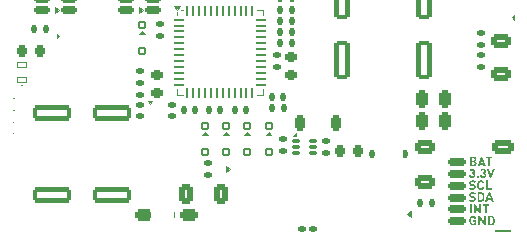
<source format=gbr>
%TF.GenerationSoftware,KiCad,Pcbnew,8.0.3*%
%TF.CreationDate,2024-10-12T12:31:44+02:00*%
%TF.ProjectId,Parkside-100W-Brick,5061726b-7369-4646-952d-313030572d42,rev?*%
%TF.SameCoordinates,Original*%
%TF.FileFunction,Legend,Top*%
%TF.FilePolarity,Positive*%
%FSLAX46Y46*%
G04 Gerber Fmt 4.6, Leading zero omitted, Abs format (unit mm)*
G04 Created by KiCad (PCBNEW 8.0.3) date 2024-10-12 12:31:44*
%MOMM*%
%LPD*%
G01*
G04 APERTURE LIST*
G04 Aperture macros list*
%AMRoundRect*
0 Rectangle with rounded corners*
0 $1 Rounding radius*
0 $2 $3 $4 $5 $6 $7 $8 $9 X,Y pos of 4 corners*
0 Add a 4 corners polygon primitive as box body*
4,1,4,$2,$3,$4,$5,$6,$7,$8,$9,$2,$3,0*
0 Add four circle primitives for the rounded corners*
1,1,$1+$1,$2,$3*
1,1,$1+$1,$4,$5*
1,1,$1+$1,$6,$7*
1,1,$1+$1,$8,$9*
0 Add four rect primitives between the rounded corners*
20,1,$1+$1,$2,$3,$4,$5,0*
20,1,$1+$1,$4,$5,$6,$7,0*
20,1,$1+$1,$6,$7,$8,$9,0*
20,1,$1+$1,$8,$9,$2,$3,0*%
%AMRotRect*
0 Rectangle, with rotation*
0 The origin of the aperture is its center*
0 $1 length*
0 $2 width*
0 $3 Rotation angle, in degrees counterclockwise*
0 Add horizontal line*
21,1,$1,$2,0,0,$3*%
%AMFreePoly0*
4,1,5,0.110000,-0.125000,-0.110000,-0.125000,-0.110000,0.125000,0.360000,0.125000,0.110000,-0.125000,0.110000,-0.125000,$1*%
%AMFreePoly1*
4,1,6,0.290000,-0.055000,0.290000,-0.125000,-0.110000,-0.125000,-0.110000,0.125000,0.110000,0.125000,0.290000,-0.055000,0.290000,-0.055000,$1*%
%AMFreePoly2*
4,1,7,0.110000,-0.125000,-0.110000,-0.125000,-0.290000,-0.125000,-0.290000,-0.055000,-0.110000,0.125000,0.110000,0.125000,0.110000,-0.125000,0.110000,-0.125000,$1*%
%AMFreePoly3*
4,1,6,0.110000,-0.125000,-0.110000,-0.125000,-0.290000,0.055000,-0.290000,0.125000,0.110000,0.125000,0.110000,-0.125000,0.110000,-0.125000,$1*%
%AMFreePoly4*
4,1,93,-1.755578,2.630679,-1.440813,2.572996,-1.135297,2.477793,-0.843484,2.346458,-0.569628,2.180907,-0.317725,1.983553,-0.091447,1.757275,0.105907,1.505372,0.271458,1.231516,0.402793,0.939703,0.497996,0.634187,0.555679,0.319422,0.575000,0.000000,0.555679,-0.319422,0.497996,-0.634187,0.402793,-0.939703,0.271458,-1.231516,0.105907,-1.505372,-0.091447,-1.757275,-0.317725,-1.983553,
-0.569628,-2.180907,-0.843484,-2.346458,-1.135297,-2.477793,-1.440813,-2.572996,-1.755578,-2.630679,-2.075000,-2.650000,-2.394422,-2.630679,-2.709187,-2.572996,-3.014703,-2.477793,-3.306516,-2.346458,-3.580372,-2.180907,-3.832275,-1.983553,-4.058553,-1.757275,-4.255907,-1.505372,-4.421458,-1.231516,-4.552793,-0.939703,-4.647996,-0.634187,-4.705679,-0.319422,-4.725000,0.000000,-3.580141,0.000000,
-3.559613,-0.247738,-3.498588,-0.488718,-3.398732,-0.716368,-3.262768,-0.924477,-3.094404,-1.107368,-2.898234,-1.260054,-2.679608,-1.378368,-2.444490,-1.459084,-2.199294,-1.500000,-1.950706,-1.500000,-1.705510,-1.459084,-1.470392,-1.378368,-1.251766,-1.260054,-1.055596,-1.107368,-0.887232,-0.924477,-0.751268,-0.716368,-0.651412,-0.488718,-0.590387,-0.247738,-0.569859,0.000000,-0.590387,0.247738,
-0.651412,0.488718,-0.751268,0.716368,-0.887232,0.924477,-1.055596,1.107368,-1.251766,1.260054,-1.470392,1.378368,-1.705510,1.459084,-1.950706,1.500000,-2.199294,1.500000,-2.444490,1.459084,-2.679608,1.378368,-2.898234,1.260054,-3.094404,1.107368,-3.262768,0.924477,-3.398732,0.716368,-3.498588,0.488718,-3.559613,0.247738,-3.580141,0.000000,-4.725000,0.000000,-4.705679,0.319422,
-4.647996,0.634187,-4.552793,0.939703,-4.421458,1.231516,-4.255907,1.505372,-4.058553,1.757275,-3.832275,1.983553,-3.580372,2.180907,-3.306516,2.346458,-3.014703,2.477793,-2.709187,2.572996,-2.394422,2.630679,-2.075000,2.650000,-1.755578,2.630679,-1.755578,2.630679,$1*%
%AMFreePoly5*
4,1,17,2.400000,-0.600000,2.310008,-0.600000,2.310008,-1.549987,1.510008,-1.549987,1.510008,-0.700000,1.040005,-0.700000,1.040005,-1.549987,0.240005,-1.549987,0.240005,-0.700000,-0.229997,-0.700000,-0.229997,-1.549987,-1.014986,-1.549987,-1.014986,0.164999,-2.400000,0.164999,-2.400000,0.700000,2.394996,0.700000,2.400000,-0.600000,2.400000,-0.600000,$1*%
%AMFreePoly6*
4,1,9,3.862500,-0.866500,0.737500,-0.866500,0.737500,-0.450000,-0.737500,-0.450000,-0.737500,0.450000,0.737500,0.450000,0.737500,0.866500,3.862500,0.866500,3.862500,-0.866500,3.862500,-0.866500,$1*%
G04 Aperture macros list end*
%ADD10C,0.200000*%
%ADD11C,0.100000*%
%ADD12C,0.120000*%
%ADD13C,0.000000*%
%ADD14RoundRect,0.225000X0.250000X-0.225000X0.250000X0.225000X-0.250000X0.225000X-0.250000X-0.225000X0*%
%ADD15RoundRect,0.140000X-0.170000X0.140000X-0.170000X-0.140000X0.170000X-0.140000X0.170000X0.140000X0*%
%ADD16RoundRect,0.250000X-0.312500X-0.625000X0.312500X-0.625000X0.312500X0.625000X-0.312500X0.625000X0*%
%ADD17RoundRect,0.135000X-0.185000X0.135000X-0.185000X-0.135000X0.185000X-0.135000X0.185000X0.135000X0*%
%ADD18RoundRect,0.250000X-0.475000X0.250000X-0.475000X-0.250000X0.475000X-0.250000X0.475000X0.250000X0*%
%ADD19RoundRect,0.203125X1.446875X0.446875X-1.446875X0.446875X-1.446875X-0.446875X1.446875X-0.446875X0*%
%ADD20R,0.400000X0.700000*%
%ADD21RoundRect,0.140000X-0.140000X-0.170000X0.140000X-0.170000X0.140000X0.170000X-0.140000X0.170000X0*%
%ADD22RoundRect,0.050000X-0.250000X0.250000X-0.250000X-0.250000X0.250000X-0.250000X0.250000X0.250000X0*%
%ADD23RoundRect,0.150000X0.512500X0.150000X-0.512500X0.150000X-0.512500X-0.150000X0.512500X-0.150000X0*%
%ADD24RoundRect,0.140000X0.140000X0.170000X-0.140000X0.170000X-0.140000X-0.170000X0.140000X-0.170000X0*%
%ADD25RoundRect,0.062500X-0.362500X-0.062500X0.362500X-0.062500X0.362500X0.062500X-0.362500X0.062500X0*%
%ADD26RoundRect,0.062500X-0.062500X-0.362500X0.062500X-0.362500X0.062500X0.362500X-0.062500X0.362500X0*%
%ADD27R,5.450000X5.450000*%
%ADD28RoundRect,0.135000X0.135000X0.185000X-0.135000X0.185000X-0.135000X-0.185000X0.135000X-0.185000X0*%
%ADD29R,0.700000X0.420000*%
%ADD30R,0.450000X0.420000*%
%ADD31R,1.930000X2.490000*%
%ADD32RoundRect,0.140000X0.170000X-0.140000X0.170000X0.140000X-0.170000X0.140000X-0.170000X-0.140000X0*%
%ADD33RoundRect,0.250000X0.250000X0.475000X-0.250000X0.475000X-0.250000X-0.475000X0.250000X-0.475000X0*%
%ADD34C,0.700000*%
%ADD35C,4.400000*%
%ADD36RoundRect,0.225000X0.225000X0.250000X-0.225000X0.250000X-0.225000X-0.250000X0.225000X-0.250000X0*%
%ADD37RoundRect,0.135000X0.185000X-0.135000X0.185000X0.135000X-0.185000X0.135000X-0.185000X-0.135000X0*%
%ADD38RoundRect,0.135000X-0.135000X-0.185000X0.135000X-0.185000X0.135000X0.185000X-0.135000X0.185000X0*%
%ADD39FreePoly0,0.000000*%
%ADD40FreePoly1,0.000000*%
%ADD41FreePoly2,0.000000*%
%ADD42FreePoly3,0.000000*%
%ADD43RotRect,0.480000X0.480000X45.000000*%
%ADD44RoundRect,0.203125X0.446875X-1.446875X0.446875X1.446875X-0.446875X1.446875X-0.446875X-1.446875X0*%
%ADD45RoundRect,0.250000X-0.625000X0.375000X-0.625000X-0.375000X0.625000X-0.375000X0.625000X0.375000X0*%
%ADD46C,3.000000*%
%ADD47FreePoly4,0.000000*%
%ADD48C,0.650000*%
%ADD49R,1.450000X0.600000*%
%ADD50R,1.450000X0.300000*%
%ADD51O,2.100000X1.000000*%
%ADD52O,1.600000X1.000000*%
%ADD53RoundRect,0.085000X-0.265000X-0.085000X0.265000X-0.085000X0.265000X0.085000X-0.265000X0.085000X0*%
%ADD54R,1.000000X0.800000*%
%ADD55FreePoly5,90.000000*%
%ADD56R,2.600000X4.800000*%
%ADD57FreePoly5,270.000000*%
%ADD58RoundRect,0.150000X0.625000X-0.150000X0.625000X0.150000X-0.625000X0.150000X-0.625000X-0.150000X0*%
%ADD59RoundRect,0.250000X0.650000X-0.350000X0.650000X0.350000X-0.650000X0.350000X-0.650000X-0.350000X0*%
%ADD60RoundRect,0.225000X0.225000X-0.425000X0.225000X0.425000X-0.225000X0.425000X-0.225000X-0.425000X0*%
%ADD61FreePoly6,90.000000*%
%ADD62RoundRect,0.225000X-0.225000X-0.250000X0.225000X-0.250000X0.225000X0.250000X-0.225000X0.250000X0*%
%ADD63R,0.450000X0.700000*%
%ADD64RoundRect,0.250000X0.625000X-0.312500X0.625000X0.312500X-0.625000X0.312500X-0.625000X-0.312500X0*%
%ADD65RoundRect,0.050000X0.350000X-0.225000X0.350000X0.225000X-0.350000X0.225000X-0.350000X-0.225000X0*%
%ADD66R,6.500000X1.500000*%
G04 APERTURE END LIST*
D10*
G36*
X196558241Y-105299871D02*
G01*
X196555692Y-105341028D01*
X196546277Y-105384355D01*
X196529924Y-105422634D01*
X196506633Y-105455863D01*
X196485750Y-105476508D01*
X196452286Y-105500566D01*
X196415326Y-105518716D01*
X196374869Y-105530956D01*
X196330915Y-105537287D01*
X196304228Y-105538252D01*
X196259058Y-105535447D01*
X196217066Y-105527032D01*
X196178253Y-105513007D01*
X196142619Y-105493372D01*
X196123684Y-105479634D01*
X196094981Y-105451183D01*
X196073328Y-105417123D01*
X196058725Y-105377453D01*
X196051819Y-105338984D01*
X196050020Y-105303779D01*
X196195589Y-105303779D01*
X196201536Y-105343957D01*
X196222895Y-105378151D01*
X196226657Y-105381546D01*
X196261535Y-105401183D01*
X196301154Y-105407703D01*
X196304033Y-105407729D01*
X196343014Y-105402194D01*
X196378771Y-105382312D01*
X196382581Y-105378810D01*
X196405150Y-105343786D01*
X196412555Y-105303442D01*
X196412672Y-105296940D01*
X196406987Y-105256928D01*
X196386569Y-105220817D01*
X196382972Y-105217024D01*
X196347752Y-105194749D01*
X196307558Y-105187440D01*
X196301102Y-105187324D01*
X196279804Y-105187324D01*
X196279804Y-105056801D01*
X196300711Y-105056801D01*
X196339521Y-105051752D01*
X196373777Y-105032045D01*
X196375352Y-105030422D01*
X196395417Y-104995210D01*
X196400167Y-104960471D01*
X196394070Y-104921522D01*
X196372421Y-104888175D01*
X196336941Y-104867162D01*
X196303447Y-104862188D01*
X196263765Y-104869191D01*
X196235254Y-104887003D01*
X196213293Y-104920793D01*
X196208094Y-104955196D01*
X196062526Y-104955196D01*
X196065836Y-104912402D01*
X196075765Y-104873611D01*
X196095219Y-104834178D01*
X196123319Y-104799972D01*
X196131695Y-104792237D01*
X196163565Y-104768635D01*
X196198651Y-104750830D01*
X196236954Y-104738822D01*
X196278473Y-104732611D01*
X196303642Y-104731665D01*
X196348237Y-104734675D01*
X196389186Y-104743707D01*
X196426488Y-104758761D01*
X196460144Y-104779835D01*
X196477739Y-104794581D01*
X196504234Y-104823847D01*
X196526545Y-104861552D01*
X196540357Y-104903800D01*
X196545470Y-104944493D01*
X196545736Y-104956759D01*
X196542541Y-104996777D01*
X196530741Y-105037753D01*
X196510244Y-105072576D01*
X196481052Y-105101247D01*
X196454877Y-105117959D01*
X196490005Y-105141083D01*
X196517865Y-105169278D01*
X196538457Y-105202541D01*
X196551781Y-105240874D01*
X196557837Y-105284277D01*
X196558241Y-105299871D01*
G37*
G36*
X196845666Y-105532000D02*
G01*
X196683098Y-105532000D01*
X196683098Y-105369431D01*
X196845666Y-105369431D01*
X196845666Y-105532000D01*
G37*
G36*
X197485191Y-105299871D02*
G01*
X197482643Y-105341028D01*
X197473228Y-105384355D01*
X197456875Y-105422634D01*
X197433584Y-105455863D01*
X197412700Y-105476508D01*
X197379237Y-105500566D01*
X197342277Y-105518716D01*
X197301819Y-105530956D01*
X197257865Y-105537287D01*
X197231179Y-105538252D01*
X197186008Y-105535447D01*
X197144016Y-105527032D01*
X197105203Y-105513007D01*
X197069569Y-105493372D01*
X197050635Y-105479634D01*
X197021932Y-105451183D01*
X197000279Y-105417123D01*
X196985675Y-105377453D01*
X196978769Y-105338984D01*
X196976971Y-105303779D01*
X197122540Y-105303779D01*
X197128486Y-105343957D01*
X197149845Y-105378151D01*
X197153607Y-105381546D01*
X197188485Y-105401183D01*
X197228104Y-105407703D01*
X197230983Y-105407729D01*
X197269965Y-105402194D01*
X197305722Y-105382312D01*
X197309532Y-105378810D01*
X197332100Y-105343786D01*
X197339505Y-105303442D01*
X197339623Y-105296940D01*
X197333938Y-105256928D01*
X197313519Y-105220817D01*
X197309923Y-105217024D01*
X197274703Y-105194749D01*
X197234509Y-105187440D01*
X197228053Y-105187324D01*
X197206755Y-105187324D01*
X197206755Y-105056801D01*
X197227662Y-105056801D01*
X197266472Y-105051752D01*
X197300727Y-105032045D01*
X197302302Y-105030422D01*
X197322368Y-104995210D01*
X197327117Y-104960471D01*
X197321021Y-104921522D01*
X197299371Y-104888175D01*
X197263891Y-104867162D01*
X197230397Y-104862188D01*
X197190715Y-104869191D01*
X197162205Y-104887003D01*
X197140243Y-104920793D01*
X197135045Y-104955196D01*
X196989476Y-104955196D01*
X196992786Y-104912402D01*
X197002716Y-104873611D01*
X197022170Y-104834178D01*
X197050270Y-104799972D01*
X197058646Y-104792237D01*
X197090516Y-104768635D01*
X197125602Y-104750830D01*
X197163904Y-104738822D01*
X197205423Y-104732611D01*
X197230593Y-104731665D01*
X197275188Y-104734675D01*
X197316136Y-104743707D01*
X197353439Y-104758761D01*
X197387094Y-104779835D01*
X197404689Y-104794581D01*
X197431184Y-104823847D01*
X197453496Y-104861552D01*
X197467307Y-104903800D01*
X197472421Y-104944493D01*
X197472686Y-104956759D01*
X197469492Y-104996777D01*
X197457691Y-105037753D01*
X197437195Y-105072576D01*
X197408003Y-105101247D01*
X197381828Y-105117959D01*
X197416955Y-105141083D01*
X197444815Y-105169278D01*
X197465407Y-105202541D01*
X197478731Y-105240874D01*
X197484788Y-105284277D01*
X197485191Y-105299871D01*
G37*
G36*
X198182358Y-104731665D02*
G01*
X197917990Y-105532000D01*
X197801535Y-105532000D01*
X197538339Y-104731665D01*
X197699734Y-104731665D01*
X197859762Y-105253172D01*
X198019986Y-104731665D01*
X198182358Y-104731665D01*
G37*
G36*
X196446898Y-103733801D02*
G01*
X196490606Y-103741694D01*
X196529545Y-103755402D01*
X196563717Y-103774926D01*
X196585205Y-103792432D01*
X196613672Y-103825478D01*
X196634005Y-103863849D01*
X196645125Y-103901791D01*
X196650017Y-103943809D01*
X196650272Y-103956563D01*
X196646808Y-103996175D01*
X196635131Y-104034753D01*
X196620963Y-104060513D01*
X196596181Y-104091439D01*
X196565184Y-104116784D01*
X196556482Y-104121672D01*
X196592606Y-104143708D01*
X196621256Y-104171131D01*
X196645234Y-104209930D01*
X196657691Y-104249021D01*
X196662673Y-104293498D01*
X196662777Y-104301434D01*
X196660428Y-104340690D01*
X196651748Y-104382182D01*
X196636673Y-104419037D01*
X196611614Y-104455478D01*
X196595952Y-104471427D01*
X196564678Y-104495029D01*
X196529327Y-104512834D01*
X196489900Y-104524842D01*
X196446396Y-104531053D01*
X196419706Y-104532000D01*
X196087536Y-104532000D01*
X196087536Y-104394442D01*
X196237599Y-104394442D01*
X196405247Y-104394442D01*
X196446088Y-104388982D01*
X196481405Y-104369369D01*
X196484968Y-104365914D01*
X196506618Y-104331358D01*
X196512714Y-104293814D01*
X196505778Y-104254149D01*
X196484968Y-104222300D01*
X196451165Y-104201344D01*
X196411649Y-104194467D01*
X196405247Y-104194358D01*
X196237599Y-104194358D01*
X196237599Y-104394442D01*
X196087536Y-104394442D01*
X196087536Y-104056801D01*
X196237599Y-104056801D01*
X196394305Y-104056801D01*
X196434173Y-104051864D01*
X196470718Y-104032595D01*
X196472463Y-104031009D01*
X196494898Y-103996799D01*
X196500209Y-103963011D01*
X196492378Y-103922801D01*
X196472463Y-103895014D01*
X196436683Y-103874889D01*
X196397446Y-103869247D01*
X196394305Y-103869222D01*
X196237599Y-103869222D01*
X196237599Y-104056801D01*
X196087536Y-104056801D01*
X196087536Y-103731665D01*
X196405638Y-103731665D01*
X196446898Y-103733801D01*
G37*
G36*
X197445917Y-104532000D02*
G01*
X197283545Y-104532000D01*
X197236454Y-104394442D01*
X196953133Y-104394442D01*
X196905066Y-104532000D01*
X196742693Y-104532000D01*
X196839820Y-104263919D01*
X196996901Y-104263919D01*
X197195031Y-104263919D01*
X197097725Y-103970046D01*
X196996901Y-104263919D01*
X196839820Y-104263919D01*
X197032658Y-103731665D01*
X197154780Y-103731665D01*
X197445917Y-104532000D01*
G37*
G36*
X197996929Y-103869222D02*
G01*
X197784340Y-103869222D01*
X197784340Y-104532000D01*
X197634277Y-104532000D01*
X197634277Y-103869222D01*
X197421688Y-103869222D01*
X197421688Y-103731665D01*
X197996929Y-103731665D01*
X197996929Y-103869222D01*
G37*
G36*
X196600251Y-107295963D02*
G01*
X196597345Y-107336744D01*
X196586610Y-107379981D01*
X196567965Y-107418543D01*
X196541410Y-107452429D01*
X196517599Y-107473772D01*
X196485025Y-107495685D01*
X196449290Y-107513065D01*
X196410396Y-107525910D01*
X196368342Y-107534222D01*
X196323128Y-107538000D01*
X196307355Y-107538252D01*
X196267281Y-107537177D01*
X196224459Y-107533315D01*
X196184812Y-107526644D01*
X196144005Y-107515782D01*
X196106291Y-107500575D01*
X196070524Y-107480453D01*
X196036704Y-107455416D01*
X196018757Y-107439383D01*
X196117431Y-107339341D01*
X196149985Y-107365988D01*
X196188149Y-107386090D01*
X196231923Y-107399648D01*
X196273908Y-107406059D01*
X196312044Y-107407729D01*
X196353136Y-107405305D01*
X196393253Y-107396000D01*
X196427380Y-107376322D01*
X196449667Y-107342201D01*
X196454682Y-107308468D01*
X196448527Y-107269683D01*
X196430062Y-107240862D01*
X196394123Y-107221139D01*
X196359134Y-107212725D01*
X196262609Y-107199243D01*
X196220190Y-107190988D01*
X196182521Y-107179218D01*
X196145286Y-107161462D01*
X196110812Y-107135997D01*
X196107466Y-107132809D01*
X196082334Y-107101412D01*
X196064382Y-107064665D01*
X196053611Y-107022570D01*
X196050077Y-106981349D01*
X196050020Y-106975126D01*
X196052638Y-106935584D01*
X196062307Y-106893219D01*
X196079101Y-106854913D01*
X196103019Y-106820664D01*
X196124466Y-106798685D01*
X196159532Y-106772570D01*
X196199591Y-106752870D01*
X196237901Y-106741089D01*
X196279880Y-106734021D01*
X196325526Y-106731665D01*
X196373905Y-106733849D01*
X196419144Y-106740404D01*
X196461244Y-106751328D01*
X196500206Y-106766622D01*
X196536028Y-106786285D01*
X196568712Y-106810318D01*
X196580907Y-106821155D01*
X196486727Y-106918071D01*
X196454658Y-106893622D01*
X196416287Y-106876159D01*
X196377544Y-106866608D01*
X196333976Y-106862406D01*
X196320642Y-106862188D01*
X196279407Y-106866227D01*
X196241163Y-106881150D01*
X196228025Y-106890911D01*
X196203698Y-106923200D01*
X196195589Y-106963011D01*
X196204825Y-107001602D01*
X196219232Y-107020066D01*
X196253354Y-107041304D01*
X196292896Y-107051525D01*
X196386880Y-107065203D01*
X196428549Y-107073090D01*
X196470400Y-107085928D01*
X196506096Y-107102845D01*
X196538897Y-107126752D01*
X196565739Y-107159163D01*
X196584912Y-107198168D01*
X196595398Y-107237708D01*
X196600011Y-107282296D01*
X196600251Y-107295963D01*
G37*
G36*
X197077032Y-106733530D02*
G01*
X197121839Y-106740692D01*
X197162551Y-106753226D01*
X197199169Y-106771132D01*
X197231693Y-106794410D01*
X197246420Y-106808064D01*
X197272798Y-106838154D01*
X197292728Y-106871762D01*
X197307187Y-106903612D01*
X197316762Y-106940150D01*
X197322428Y-106973953D01*
X197324773Y-107012837D01*
X197324773Y-107049376D01*
X197324773Y-107089822D01*
X197324773Y-107128510D01*
X197324773Y-107167394D01*
X197324773Y-107206539D01*
X197324773Y-107208427D01*
X197324773Y-107245942D01*
X197322572Y-107285273D01*
X197322428Y-107285998D01*
X197316762Y-107320778D01*
X197307187Y-107358489D01*
X197292728Y-107391706D01*
X197272798Y-107425900D01*
X197246420Y-107455600D01*
X197215943Y-107481564D01*
X197181372Y-107502156D01*
X197142706Y-107517376D01*
X197099947Y-107527225D01*
X197053094Y-107531701D01*
X197036566Y-107532000D01*
X196749532Y-107532000D01*
X196749532Y-107394442D01*
X196899595Y-107394442D01*
X197020348Y-107394442D01*
X197061501Y-107390501D01*
X197100374Y-107376876D01*
X197132034Y-107353521D01*
X197140125Y-107344616D01*
X197159799Y-107309136D01*
X197168262Y-107272907D01*
X197172191Y-107231077D01*
X197173948Y-107190004D01*
X197174653Y-107146513D01*
X197174710Y-107128510D01*
X197174401Y-107088891D01*
X197173293Y-107049794D01*
X197170774Y-107010196D01*
X197168262Y-106988608D01*
X197158101Y-106949431D01*
X197140125Y-106919048D01*
X197110629Y-106892772D01*
X197073920Y-106876229D01*
X197034715Y-106869660D01*
X197020348Y-106869222D01*
X196899595Y-106869222D01*
X196899595Y-107394442D01*
X196749532Y-107394442D01*
X196749532Y-106731665D01*
X197036566Y-106731665D01*
X197077032Y-106733530D01*
G37*
G36*
X198097752Y-107532000D02*
G01*
X197935380Y-107532000D01*
X197888290Y-107394442D01*
X197604968Y-107394442D01*
X197556901Y-107532000D01*
X197394528Y-107532000D01*
X197491655Y-107263919D01*
X197648736Y-107263919D01*
X197846866Y-107263919D01*
X197749560Y-106970046D01*
X197648736Y-107263919D01*
X197491655Y-107263919D01*
X197684494Y-106731665D01*
X197806615Y-106731665D01*
X198097752Y-107532000D01*
G37*
G36*
X196650272Y-109205105D02*
G01*
X196649185Y-109246809D01*
X196645364Y-109289027D01*
X196637891Y-109330097D01*
X196632882Y-109348329D01*
X196618243Y-109385206D01*
X196597972Y-109419265D01*
X196574654Y-109447785D01*
X196540429Y-109478529D01*
X196502673Y-109502913D01*
X196461386Y-109520936D01*
X196416568Y-109532598D01*
X196376523Y-109537457D01*
X196351318Y-109538252D01*
X196305239Y-109535195D01*
X196261962Y-109526025D01*
X196221488Y-109510740D01*
X196183817Y-109489342D01*
X196148948Y-109461831D01*
X196137948Y-109451302D01*
X196112058Y-109421797D01*
X196092226Y-109390729D01*
X196077391Y-109352368D01*
X196069399Y-109313985D01*
X196068974Y-109311009D01*
X196064345Y-109270293D01*
X196062526Y-109234219D01*
X196062526Y-109194993D01*
X196062526Y-109152046D01*
X196062526Y-109135154D01*
X196062526Y-109095235D01*
X196062526Y-109055437D01*
X196062526Y-109035893D01*
X196064799Y-108994871D01*
X196068974Y-108959103D01*
X196076694Y-108920186D01*
X196090188Y-108883403D01*
X196092226Y-108879383D01*
X196113499Y-108846370D01*
X196137948Y-108818615D01*
X196171882Y-108789065D01*
X196208620Y-108765630D01*
X196248159Y-108748307D01*
X196290502Y-108737099D01*
X196335647Y-108732004D01*
X196351318Y-108731665D01*
X196397796Y-108734199D01*
X196440510Y-108741804D01*
X196479459Y-108754478D01*
X196514644Y-108772221D01*
X196550935Y-108799329D01*
X196555701Y-108803765D01*
X196586016Y-108837057D01*
X196610796Y-108873847D01*
X196630041Y-108914133D01*
X196642131Y-108951447D01*
X196649099Y-108984505D01*
X196496887Y-108984505D01*
X196483098Y-108945327D01*
X196459197Y-108909864D01*
X196426881Y-108885434D01*
X196386150Y-108872037D01*
X196351905Y-108869222D01*
X196311340Y-108874302D01*
X196274145Y-108891429D01*
X196251081Y-108912209D01*
X196229456Y-108946823D01*
X196219818Y-108981183D01*
X196215413Y-109023452D01*
X196213605Y-109062775D01*
X196212765Y-109104496D01*
X196212588Y-109138475D01*
X196212843Y-109178853D01*
X196213782Y-109219675D01*
X196216006Y-109262213D01*
X196219818Y-109296354D01*
X196231346Y-109335384D01*
X196251081Y-109365719D01*
X196282204Y-109391319D01*
X196321350Y-109405103D01*
X196351905Y-109407729D01*
X196392979Y-109403168D01*
X196431770Y-109387617D01*
X196463866Y-109361030D01*
X196486012Y-109325996D01*
X196497334Y-109287171D01*
X196500209Y-109250632D01*
X196500209Y-109219369D01*
X196351905Y-109219369D01*
X196351905Y-109088845D01*
X196650272Y-109088845D01*
X196650272Y-109205105D01*
G37*
G36*
X197425596Y-109532000D02*
G01*
X197291751Y-109532000D01*
X196962903Y-109040778D01*
X196962903Y-109532000D01*
X196812840Y-109532000D01*
X196812840Y-108731665D01*
X196946685Y-108731665D01*
X197275533Y-109221713D01*
X197275533Y-108731665D01*
X197425596Y-108731665D01*
X197425596Y-109532000D01*
G37*
G36*
X197935985Y-108733530D02*
G01*
X197980792Y-108740692D01*
X198021504Y-108753226D01*
X198058122Y-108771132D01*
X198090646Y-108794410D01*
X198105373Y-108808064D01*
X198131751Y-108838154D01*
X198151681Y-108871762D01*
X198166140Y-108903612D01*
X198175715Y-108940150D01*
X198181381Y-108973953D01*
X198183726Y-109012837D01*
X198183726Y-109049376D01*
X198183726Y-109089822D01*
X198183726Y-109128510D01*
X198183726Y-109167394D01*
X198183726Y-109206539D01*
X198183726Y-109208427D01*
X198183726Y-109245942D01*
X198181525Y-109285273D01*
X198181381Y-109285998D01*
X198175715Y-109320778D01*
X198166140Y-109358489D01*
X198151681Y-109391706D01*
X198131751Y-109425900D01*
X198105373Y-109455600D01*
X198074896Y-109481564D01*
X198040325Y-109502156D01*
X198001660Y-109517376D01*
X197958900Y-109527225D01*
X197912047Y-109531701D01*
X197895519Y-109532000D01*
X197608485Y-109532000D01*
X197608485Y-109394442D01*
X197758548Y-109394442D01*
X197879302Y-109394442D01*
X197920454Y-109390501D01*
X197959327Y-109376876D01*
X197990987Y-109353521D01*
X197999078Y-109344616D01*
X198018752Y-109309136D01*
X198027215Y-109272907D01*
X198031144Y-109231077D01*
X198032901Y-109190004D01*
X198033606Y-109146513D01*
X198033663Y-109128510D01*
X198033355Y-109088891D01*
X198032246Y-109049794D01*
X198029728Y-109010196D01*
X198027215Y-108988608D01*
X198017055Y-108949431D01*
X197999078Y-108919048D01*
X197969582Y-108892772D01*
X197932873Y-108876229D01*
X197893668Y-108869660D01*
X197879302Y-108869222D01*
X197758548Y-108869222D01*
X197758548Y-109394442D01*
X197608485Y-109394442D01*
X197608485Y-108731665D01*
X197895519Y-108731665D01*
X197935985Y-108733530D01*
G37*
G36*
X196600251Y-106295963D02*
G01*
X196597345Y-106336744D01*
X196586610Y-106379981D01*
X196567965Y-106418543D01*
X196541410Y-106452429D01*
X196517599Y-106473772D01*
X196485025Y-106495685D01*
X196449290Y-106513065D01*
X196410396Y-106525910D01*
X196368342Y-106534222D01*
X196323128Y-106538000D01*
X196307355Y-106538252D01*
X196267281Y-106537177D01*
X196224459Y-106533315D01*
X196184812Y-106526644D01*
X196144005Y-106515782D01*
X196106291Y-106500575D01*
X196070524Y-106480453D01*
X196036704Y-106455416D01*
X196018757Y-106439383D01*
X196117431Y-106339341D01*
X196149985Y-106365988D01*
X196188149Y-106386090D01*
X196231923Y-106399648D01*
X196273908Y-106406059D01*
X196312044Y-106407729D01*
X196353136Y-106405305D01*
X196393253Y-106396000D01*
X196427380Y-106376322D01*
X196449667Y-106342201D01*
X196454682Y-106308468D01*
X196448527Y-106269683D01*
X196430062Y-106240862D01*
X196394123Y-106221139D01*
X196359134Y-106212725D01*
X196262609Y-106199243D01*
X196220190Y-106190988D01*
X196182521Y-106179218D01*
X196145286Y-106161462D01*
X196110812Y-106135997D01*
X196107466Y-106132809D01*
X196082334Y-106101412D01*
X196064382Y-106064665D01*
X196053611Y-106022570D01*
X196050077Y-105981349D01*
X196050020Y-105975126D01*
X196052638Y-105935584D01*
X196062307Y-105893219D01*
X196079101Y-105854913D01*
X196103019Y-105820664D01*
X196124466Y-105798685D01*
X196159532Y-105772570D01*
X196199591Y-105752870D01*
X196237901Y-105741089D01*
X196279880Y-105734021D01*
X196325526Y-105731665D01*
X196373905Y-105733849D01*
X196419144Y-105740404D01*
X196461244Y-105751328D01*
X196500206Y-105766622D01*
X196536028Y-105786285D01*
X196568712Y-105810318D01*
X196580907Y-105821155D01*
X196486727Y-105918071D01*
X196454658Y-105893622D01*
X196416287Y-105876159D01*
X196377544Y-105866608D01*
X196333976Y-105862406D01*
X196320642Y-105862188D01*
X196279407Y-105866227D01*
X196241163Y-105881150D01*
X196228025Y-105890911D01*
X196203698Y-105923200D01*
X196195589Y-105963011D01*
X196204825Y-106001602D01*
X196219232Y-106020066D01*
X196253354Y-106041304D01*
X196292896Y-106051525D01*
X196386880Y-106065203D01*
X196428549Y-106073090D01*
X196470400Y-106085928D01*
X196506096Y-106102845D01*
X196538897Y-106126752D01*
X196565739Y-106159163D01*
X196584912Y-106198168D01*
X196595398Y-106237708D01*
X196600011Y-106282296D01*
X196600251Y-106295963D01*
G37*
G36*
X197305819Y-106293423D02*
G01*
X197296264Y-106335949D01*
X197282546Y-106374573D01*
X197261280Y-106414703D01*
X197234349Y-106449522D01*
X197206755Y-106475140D01*
X197170488Y-106499731D01*
X197130929Y-106518283D01*
X197088080Y-106530795D01*
X197048732Y-106536711D01*
X197014096Y-106538252D01*
X196967877Y-106535195D01*
X196924474Y-106526025D01*
X196883888Y-106510740D01*
X196846118Y-106489342D01*
X196811164Y-106461831D01*
X196800139Y-106451302D01*
X196774249Y-106421797D01*
X196754417Y-106390729D01*
X196739583Y-106352368D01*
X196731590Y-106313985D01*
X196731165Y-106311009D01*
X196726396Y-106270293D01*
X196724521Y-106234219D01*
X196724521Y-106194993D01*
X196724521Y-106152046D01*
X196724521Y-106135154D01*
X196724521Y-106095235D01*
X196724521Y-106055437D01*
X196724521Y-106035893D01*
X196726864Y-105994871D01*
X196731165Y-105959103D01*
X196738885Y-105920186D01*
X196752380Y-105883403D01*
X196754417Y-105879383D01*
X196775690Y-105846370D01*
X196800139Y-105818615D01*
X196834154Y-105789065D01*
X196870985Y-105765630D01*
X196910632Y-105748307D01*
X196953096Y-105737099D01*
X196998376Y-105732004D01*
X197014096Y-105731665D01*
X197055770Y-105733945D01*
X197094916Y-105740787D01*
X197137391Y-105754534D01*
X197176426Y-105774489D01*
X197207145Y-105796535D01*
X197238781Y-105827647D01*
X197264789Y-105864218D01*
X197282601Y-105899911D01*
X197296278Y-105939616D01*
X197305819Y-105983332D01*
X197147941Y-105983332D01*
X197134642Y-105944553D01*
X197112181Y-105909450D01*
X197077352Y-105882706D01*
X197038862Y-105871005D01*
X197013510Y-105869222D01*
X196972907Y-105874163D01*
X196936198Y-105890823D01*
X196913859Y-105911036D01*
X196892268Y-105946022D01*
X196882400Y-105981183D01*
X196877637Y-106023910D01*
X196875683Y-106063233D01*
X196874775Y-106104754D01*
X196874584Y-106138475D01*
X196874859Y-106178476D01*
X196875874Y-106219013D01*
X196878278Y-106261433D01*
X196882400Y-106295768D01*
X196894173Y-106335237D01*
X196913859Y-106365719D01*
X196944633Y-106391319D01*
X196983321Y-106405103D01*
X197013510Y-106407729D01*
X197056273Y-106402259D01*
X197095987Y-106382613D01*
X197122723Y-106353701D01*
X197141978Y-106313851D01*
X197147941Y-106293423D01*
X197305819Y-106293423D01*
G37*
G36*
X197962540Y-106532000D02*
G01*
X197443572Y-106532000D01*
X197443572Y-105731665D01*
X197593635Y-105731665D01*
X197593635Y-106394442D01*
X197962540Y-106394442D01*
X197962540Y-106532000D01*
G37*
G36*
X196237599Y-108532000D02*
G01*
X196087536Y-108532000D01*
X196087536Y-107731665D01*
X196237599Y-107731665D01*
X196237599Y-108532000D01*
G37*
G36*
X197041842Y-108532000D02*
G01*
X196907997Y-108532000D01*
X196579148Y-108040778D01*
X196579148Y-108532000D01*
X196429085Y-108532000D01*
X196429085Y-107731665D01*
X196562930Y-107731665D01*
X196891779Y-108221713D01*
X196891779Y-107731665D01*
X197041842Y-107731665D01*
X197041842Y-108532000D01*
G37*
G36*
X197749951Y-107869222D02*
G01*
X197537362Y-107869222D01*
X197537362Y-108532000D01*
X197387299Y-108532000D01*
X197387299Y-107869222D01*
X197174710Y-107869222D01*
X197174710Y-107731665D01*
X197749951Y-107731665D01*
X197749951Y-107869222D01*
G37*
D11*
%TO.C,D7*%
X157525000Y-101800000D02*
G75*
G02*
X157425000Y-101800000I-50000J0D01*
G01*
X157425000Y-101800000D02*
G75*
G02*
X157525000Y-101800000I50000J0D01*
G01*
D12*
%TO.C,D3*%
X173890000Y-101930000D02*
X173410000Y-101930000D01*
X173650000Y-101600000D01*
X173890000Y-101930000D01*
G36*
X173890000Y-101930000D02*
G01*
X173410000Y-101930000D01*
X173650000Y-101600000D01*
X173890000Y-101930000D01*
G37*
%TO.C,Q2*%
X168380811Y-91300000D02*
X168050811Y-91540000D01*
X168050811Y-91060000D01*
X168380811Y-91300000D01*
G36*
X168380811Y-91300000D02*
G01*
X168050811Y-91540000D01*
X168050811Y-91060000D01*
X168380811Y-91300000D01*
G37*
D11*
%TO.C,D5*%
X157525000Y-98800000D02*
G75*
G02*
X157425000Y-98800000I-50000J0D01*
G01*
X157425000Y-98800000D02*
G75*
G02*
X157525000Y-98800000I50000J0D01*
G01*
D12*
%TO.C,D10*%
X168590000Y-93380000D02*
X168110000Y-93380000D01*
X168350000Y-93050000D01*
X168590000Y-93380000D01*
G36*
X168590000Y-93380000D02*
G01*
X168110000Y-93380000D01*
X168350000Y-93050000D01*
X168590000Y-93380000D01*
G37*
%TO.C,U1*%
X171320000Y-91745000D02*
X171320000Y-91510000D01*
X171320000Y-98490000D02*
X171320000Y-98015000D01*
X171795000Y-91270000D02*
X171620000Y-91270000D01*
X171795000Y-98490000D02*
X171320000Y-98490000D01*
X178065000Y-91270000D02*
X178540000Y-91270000D01*
X178065000Y-98490000D02*
X178540000Y-98490000D01*
X178540000Y-91270000D02*
X178540000Y-91745000D01*
X178540000Y-98490000D02*
X178540000Y-98015000D01*
X171320000Y-91270000D02*
X171080000Y-90940000D01*
X171560000Y-90940000D01*
X171320000Y-91270000D01*
G36*
X171320000Y-91270000D02*
G01*
X171080000Y-90940000D01*
X171560000Y-90940000D01*
X171320000Y-91270000D01*
G37*
%TO.C,Q5*%
X199822990Y-92122990D02*
X199625000Y-91925000D01*
X199822990Y-91727010D01*
X199822990Y-92122990D01*
G36*
X199822990Y-92122990D02*
G01*
X199625000Y-91925000D01*
X199822990Y-91727010D01*
X199822990Y-92122990D01*
G37*
%TO.C,D6*%
X177490000Y-101930000D02*
X177010000Y-101930000D01*
X177250000Y-101600000D01*
X177490000Y-101930000D01*
G36*
X177490000Y-101930000D02*
G01*
X177010000Y-101930000D01*
X177250000Y-101600000D01*
X177490000Y-101930000D01*
G37*
D11*
%TO.C,D8*%
X157525000Y-100800000D02*
G75*
G02*
X157425000Y-100800000I-50000J0D01*
G01*
X157425000Y-100800000D02*
G75*
G02*
X157525000Y-100800000I50000J0D01*
G01*
D12*
%TO.C,D4*%
X175690000Y-101930000D02*
X175210000Y-101930000D01*
X175450000Y-101600000D01*
X175690000Y-101930000D01*
G36*
X175690000Y-101930000D02*
G01*
X175210000Y-101930000D01*
X175450000Y-101600000D01*
X175690000Y-101930000D01*
G37*
%TO.C,U3*%
X169000000Y-99250000D02*
X168802010Y-99052010D01*
X169197990Y-99052010D01*
X169000000Y-99250000D01*
G36*
X169000000Y-99250000D02*
G01*
X168802010Y-99052010D01*
X169197990Y-99052010D01*
X169000000Y-99250000D01*
G37*
D11*
%TO.C,D9*%
X157525000Y-99800000D02*
G75*
G02*
X157425000Y-99800000I-50000J0D01*
G01*
X157425000Y-99800000D02*
G75*
G02*
X157525000Y-99800000I50000J0D01*
G01*
D12*
%TO.C,Q6*%
X161325000Y-93525000D02*
X161127010Y-93722990D01*
X161127010Y-93327010D01*
X161325000Y-93525000D01*
G36*
X161325000Y-93525000D02*
G01*
X161127010Y-93722990D01*
X161127010Y-93327010D01*
X161325000Y-93525000D01*
G37*
%TO.C,U4*%
X181400000Y-102000000D02*
X181120000Y-102000000D01*
X181400000Y-101720000D01*
X181400000Y-102000000D01*
G36*
X181400000Y-102000000D02*
G01*
X181120000Y-102000000D01*
X181400000Y-101720000D01*
X181400000Y-102000000D01*
G37*
%TO.C,D2*%
X179290000Y-101930000D02*
X178810000Y-101930000D01*
X179050000Y-101600000D01*
X179290000Y-101930000D01*
G36*
X179290000Y-101930000D02*
G01*
X178810000Y-101930000D01*
X179050000Y-101600000D01*
X179290000Y-101930000D01*
G37*
%TO.C,Q13*%
X191080000Y-108840000D02*
X190750000Y-108600000D01*
X191080000Y-108360000D01*
X191080000Y-108840000D01*
G36*
X191080000Y-108840000D02*
G01*
X190750000Y-108600000D01*
X191080000Y-108360000D01*
X191080000Y-108840000D01*
G37*
%TO.C,Q12*%
X175815000Y-104800000D02*
X175485000Y-105040000D01*
X175485000Y-104560000D01*
X175815000Y-104800000D01*
G36*
X175815000Y-104800000D02*
G01*
X175485000Y-105040000D01*
X175485000Y-104560000D01*
X175815000Y-104800000D01*
G37*
%TO.C,Q1*%
X161280811Y-91300000D02*
X160950811Y-91540000D01*
X160950811Y-91060000D01*
X161280811Y-91300000D01*
G36*
X161280811Y-91300000D02*
G01*
X160950811Y-91540000D01*
X160950811Y-91060000D01*
X161280811Y-91300000D01*
G37*
D11*
%TO.C,D1*%
X158250000Y-97700000D02*
G75*
G02*
X158150000Y-97700000I-50000J0D01*
G01*
X158150000Y-97700000D02*
G75*
G02*
X158250000Y-97700000I50000J0D01*
G01*
%TD*%
%LPC*%
D13*
G36*
X152323641Y-106876816D02*
G01*
X152215922Y-106876816D01*
X152215922Y-106769097D01*
X152323641Y-106769097D01*
X152323641Y-106876816D01*
G37*
G36*
X153733222Y-105730699D02*
G01*
X153742224Y-105731379D01*
X153751092Y-105732500D01*
X153759816Y-105734049D01*
X153768383Y-105736017D01*
X153776785Y-105738392D01*
X153785008Y-105741163D01*
X153793043Y-105744320D01*
X153800879Y-105747851D01*
X153808504Y-105751746D01*
X153815908Y-105755993D01*
X153823079Y-105760582D01*
X153830008Y-105765502D01*
X153836682Y-105770741D01*
X153843091Y-105776290D01*
X153849224Y-105782136D01*
X153855070Y-105788269D01*
X153860619Y-105794678D01*
X153865858Y-105801352D01*
X153870778Y-105808281D01*
X153875367Y-105815452D01*
X153879614Y-105822856D01*
X153883509Y-105830481D01*
X153887040Y-105838317D01*
X153890197Y-105846352D01*
X153892968Y-105854575D01*
X153895343Y-105862977D01*
X153897311Y-105871544D01*
X153898860Y-105880268D01*
X153899981Y-105889136D01*
X153900661Y-105898138D01*
X153900890Y-105907263D01*
X153900890Y-109031360D01*
X153900661Y-109040485D01*
X153899981Y-109049487D01*
X153898860Y-109058355D01*
X153897311Y-109067079D01*
X153895343Y-109075646D01*
X153892968Y-109084048D01*
X153890197Y-109092271D01*
X153887040Y-109100306D01*
X153883509Y-109108142D01*
X153879614Y-109115767D01*
X153875367Y-109123171D01*
X153870778Y-109130342D01*
X153865858Y-109137271D01*
X153860619Y-109143945D01*
X153855070Y-109150354D01*
X153849224Y-109156487D01*
X153843091Y-109162333D01*
X153836682Y-109167882D01*
X153830008Y-109173121D01*
X153823079Y-109178041D01*
X153815908Y-109182630D01*
X153808504Y-109186877D01*
X153800879Y-109190772D01*
X153793043Y-109194303D01*
X153785008Y-109197460D01*
X153776785Y-109200231D01*
X153768383Y-109202606D01*
X153759816Y-109204574D01*
X153751092Y-109206123D01*
X153742224Y-109207244D01*
X153733222Y-109207924D01*
X153724097Y-109208153D01*
X150600000Y-109208153D01*
X150590875Y-109207924D01*
X150581873Y-109207244D01*
X150573005Y-109206123D01*
X150564281Y-109204574D01*
X150555714Y-109202606D01*
X150547312Y-109200231D01*
X150539089Y-109197460D01*
X150531054Y-109194303D01*
X150523218Y-109190772D01*
X150515593Y-109186877D01*
X150508189Y-109182630D01*
X150501018Y-109178041D01*
X150494089Y-109173121D01*
X150487415Y-109167882D01*
X150481006Y-109162333D01*
X150474873Y-109156487D01*
X150469027Y-109150354D01*
X150463478Y-109143945D01*
X150458239Y-109137271D01*
X150453319Y-109130342D01*
X150448730Y-109123171D01*
X150444483Y-109115767D01*
X150440588Y-109108142D01*
X150437057Y-109100306D01*
X150433900Y-109092271D01*
X150431129Y-109084048D01*
X150428754Y-109075646D01*
X150426786Y-109067079D01*
X150425237Y-109058355D01*
X150424116Y-109049487D01*
X150423436Y-109040485D01*
X150423207Y-109031360D01*
X150423207Y-108277273D01*
X150600000Y-108277273D01*
X150600000Y-109031360D01*
X151354088Y-109031360D01*
X151354088Y-108815895D01*
X151461834Y-108815895D01*
X151461834Y-109031360D01*
X151677272Y-109031360D01*
X151677272Y-108923614D01*
X151785018Y-108923614D01*
X151785018Y-109031360D01*
X151892737Y-109031360D01*
X151892737Y-108923614D01*
X151785018Y-108923614D01*
X151785018Y-108708176D01*
X151677272Y-108708176D01*
X151677272Y-108923614D01*
X151569553Y-108923614D01*
X151569553Y-108815895D01*
X151461834Y-108815895D01*
X151354088Y-108815895D01*
X151354088Y-108708176D01*
X151354088Y-108600430D01*
X151461834Y-108600430D01*
X151461834Y-108708176D01*
X151569553Y-108708176D01*
X151569553Y-108600430D01*
X151461834Y-108600430D01*
X151354088Y-108600430D01*
X151354088Y-108277273D01*
X150600000Y-108277273D01*
X150423207Y-108277273D01*
X150423207Y-106769097D01*
X150600000Y-106769097D01*
X150600000Y-107092281D01*
X150707746Y-107092281D01*
X150707746Y-107200000D01*
X150600000Y-107200000D01*
X150600000Y-107630904D01*
X150707746Y-107630904D01*
X150707746Y-107846342D01*
X150600000Y-107846342D01*
X150600000Y-108169526D01*
X150707746Y-108169526D01*
X150707746Y-107954088D01*
X151030931Y-107954088D01*
X151030931Y-108061807D01*
X151246369Y-108061807D01*
X151246369Y-108169526D01*
X151354088Y-108169526D01*
X151354088Y-108061807D01*
X151461834Y-108061807D01*
X151461834Y-107954088D01*
X151569553Y-107954088D01*
X151569553Y-107846342D01*
X151461834Y-107846342D01*
X151461834Y-107630904D01*
X151677272Y-107630904D01*
X151677272Y-107846342D01*
X151785018Y-107846342D01*
X151785018Y-107738623D01*
X151892737Y-107738623D01*
X151892737Y-107630904D01*
X152000456Y-107630904D01*
X152000456Y-108061807D01*
X152108175Y-108061807D01*
X152108175Y-108277273D01*
X152000456Y-108277273D01*
X152000456Y-108384992D01*
X151892737Y-108384992D01*
X151892737Y-107846342D01*
X151785018Y-107846342D01*
X151785018Y-108384992D01*
X151677272Y-108384992D01*
X151677272Y-107954088D01*
X151569553Y-107954088D01*
X151569553Y-108277273D01*
X151461834Y-108277273D01*
X151461834Y-108384992D01*
X151569553Y-108384992D01*
X151569553Y-108600430D01*
X151785018Y-108600430D01*
X151785018Y-108384992D01*
X151892737Y-108384992D01*
X151892737Y-108492710D01*
X152000456Y-108492710D01*
X152000456Y-108384992D01*
X152108175Y-108384992D01*
X152108175Y-108277273D01*
X152215922Y-108277273D01*
X152215922Y-108492710D01*
X152108175Y-108492710D01*
X152108175Y-108600430D01*
X152323641Y-108600430D01*
X152323641Y-108708176D01*
X152431360Y-108708176D01*
X152431360Y-108815895D01*
X152215922Y-108815895D01*
X152215922Y-108708176D01*
X152000456Y-108708176D01*
X152000456Y-108600430D01*
X151892737Y-108600430D01*
X151892737Y-108815895D01*
X152000456Y-108815895D01*
X152000456Y-109031360D01*
X152215922Y-109031360D01*
X152215922Y-108923614D01*
X152539079Y-108923614D01*
X152539079Y-108815895D01*
X152862263Y-108815895D01*
X152862263Y-109031360D01*
X152970010Y-109031360D01*
X152970010Y-108923614D01*
X153077729Y-108923614D01*
X153077729Y-109031360D01*
X153293167Y-109031360D01*
X153293167Y-108923614D01*
X153400913Y-108923614D01*
X153400913Y-109031360D01*
X153508632Y-109031360D01*
X153508632Y-108923614D01*
X153724097Y-108923614D01*
X153724097Y-108815895D01*
X153508632Y-108815895D01*
X153508632Y-108708176D01*
X153724097Y-108708176D01*
X153724097Y-108600430D01*
X153508632Y-108600430D01*
X153508632Y-108708176D01*
X153400913Y-108708176D01*
X153400913Y-108492710D01*
X153400913Y-108384992D01*
X153293167Y-108384992D01*
X153293167Y-108277273D01*
X153508632Y-108277273D01*
X153508632Y-108492710D01*
X153724097Y-108492710D01*
X153724097Y-108277273D01*
X153508632Y-108277273D01*
X153293167Y-108277273D01*
X153293167Y-108061807D01*
X153508632Y-108061807D01*
X153508632Y-108169526D01*
X153724097Y-108169526D01*
X153724097Y-107738623D01*
X153400913Y-107738623D01*
X153400913Y-107954088D01*
X153293167Y-107954088D01*
X153293167Y-107846342D01*
X153077729Y-107846342D01*
X153077729Y-107738623D01*
X152970010Y-107738623D01*
X152970010Y-107630904D01*
X153185447Y-107630904D01*
X153185447Y-107738623D01*
X153293167Y-107738623D01*
X153293167Y-107630904D01*
X153185447Y-107630904D01*
X153185447Y-107415438D01*
X153185447Y-107307719D01*
X153293167Y-107307719D01*
X153293167Y-107415438D01*
X153400913Y-107415438D01*
X153400913Y-107523185D01*
X153508632Y-107523185D01*
X153508632Y-107630904D01*
X153616351Y-107630904D01*
X153616351Y-107523185D01*
X153724097Y-107523185D01*
X153724097Y-107307719D01*
X153508632Y-107307719D01*
X153508632Y-107415438D01*
X153400913Y-107415438D01*
X153400913Y-107307719D01*
X153293167Y-107307719D01*
X153293167Y-107200000D01*
X153724097Y-107200000D01*
X153724097Y-106984535D01*
X153616351Y-106984535D01*
X153616351Y-106876816D01*
X153724097Y-106876816D01*
X153724097Y-106769097D01*
X153616351Y-106769097D01*
X153616351Y-106876816D01*
X153508632Y-106876816D01*
X153508632Y-106769097D01*
X153293167Y-106769097D01*
X153293167Y-106876816D01*
X153185447Y-106876816D01*
X153185447Y-106769097D01*
X152862263Y-106769097D01*
X152862263Y-106984535D01*
X152754544Y-106984535D01*
X152754544Y-107092281D01*
X152646825Y-107092281D01*
X152646825Y-106984535D01*
X152539079Y-106984535D01*
X152539079Y-106876816D01*
X152646825Y-106876816D01*
X152646825Y-106769097D01*
X152754544Y-106769097D01*
X152754544Y-106661351D01*
X152862263Y-106661351D01*
X152862263Y-106553632D01*
X152754544Y-106553632D01*
X152754544Y-106445913D01*
X152862263Y-106445913D01*
X152862263Y-106338194D01*
X152754544Y-106338194D01*
X152754544Y-106230447D01*
X152646825Y-106230447D01*
X152646825Y-106122728D01*
X152431360Y-106122728D01*
X152431360Y-106338194D01*
X152323641Y-106338194D01*
X152323641Y-106230447D01*
X152215922Y-106230447D01*
X152215922Y-106122728D01*
X152108175Y-106122728D01*
X152108175Y-106015009D01*
X152215922Y-106015009D01*
X152215922Y-105907263D01*
X152539079Y-105907263D01*
X152539079Y-106015009D01*
X152646825Y-106015009D01*
X152754544Y-106015009D01*
X152754544Y-106122728D01*
X152862263Y-106122728D01*
X152862263Y-106015009D01*
X152754544Y-106015009D01*
X152646825Y-106015009D01*
X152646825Y-105907263D01*
X152970010Y-105907263D01*
X152970010Y-106661351D01*
X153724097Y-106661351D01*
X153724097Y-105907263D01*
X152970010Y-105907263D01*
X152646825Y-105907263D01*
X152539079Y-105907263D01*
X152215922Y-105907263D01*
X151461834Y-105907263D01*
X151461834Y-106015009D01*
X151569553Y-106015009D01*
X151569553Y-106122728D01*
X151461834Y-106122728D01*
X151461834Y-106338194D01*
X151569553Y-106338194D01*
X151569553Y-106230447D01*
X151677272Y-106230447D01*
X151677272Y-106445913D01*
X151785018Y-106445913D01*
X151785018Y-106553632D01*
X151677272Y-106553632D01*
X151677272Y-106661351D01*
X151569553Y-106661351D01*
X151569553Y-106445913D01*
X151461834Y-106445913D01*
X151461834Y-106769097D01*
X151246369Y-106769097D01*
X151246369Y-106876816D01*
X151354088Y-106876816D01*
X151354088Y-106984535D01*
X151138650Y-106984535D01*
X151138650Y-106876816D01*
X151030931Y-106876816D01*
X151030931Y-106769097D01*
X150923184Y-106769097D01*
X150923184Y-106876816D01*
X150815465Y-106876816D01*
X150815465Y-106769097D01*
X150600000Y-106769097D01*
X150423207Y-106769097D01*
X150423207Y-106661351D01*
X150423207Y-105907263D01*
X150600000Y-105907263D01*
X150600000Y-106661351D01*
X151354088Y-106661351D01*
X151354088Y-105907263D01*
X150600000Y-105907263D01*
X150423207Y-105907263D01*
X150423436Y-105898138D01*
X150424116Y-105889136D01*
X150425237Y-105880268D01*
X150426786Y-105871544D01*
X150428754Y-105862977D01*
X150431129Y-105854575D01*
X150433900Y-105846352D01*
X150437057Y-105838317D01*
X150440588Y-105830481D01*
X150444483Y-105822856D01*
X150448730Y-105815452D01*
X150453319Y-105808281D01*
X150458239Y-105801352D01*
X150463478Y-105794678D01*
X150469027Y-105788269D01*
X150474873Y-105782136D01*
X150481006Y-105776290D01*
X150487415Y-105770741D01*
X150494089Y-105765502D01*
X150501018Y-105760582D01*
X150508189Y-105755993D01*
X150515593Y-105751746D01*
X150523218Y-105747851D01*
X150531054Y-105744320D01*
X150539089Y-105741163D01*
X150547312Y-105738392D01*
X150555714Y-105736017D01*
X150564281Y-105734049D01*
X150573005Y-105732500D01*
X150581873Y-105731379D01*
X150590875Y-105730699D01*
X150600000Y-105730470D01*
X153724097Y-105730470D01*
X153733222Y-105730699D01*
G37*
G36*
X153185447Y-107307719D02*
G01*
X153077729Y-107307719D01*
X153077729Y-107200000D01*
X153185447Y-107200000D01*
X153185447Y-107307719D01*
G37*
G36*
X152323641Y-108169526D02*
G01*
X152215922Y-108169526D01*
X152215922Y-107954088D01*
X152323641Y-107954088D01*
X152323641Y-108169526D01*
G37*
G36*
X152539079Y-107954088D02*
G01*
X152646825Y-107954088D01*
X152646825Y-108061807D01*
X152431360Y-108061807D01*
X152431360Y-107846342D01*
X152215922Y-107846342D01*
X152215922Y-107738623D01*
X152539079Y-107738623D01*
X152539079Y-107954088D01*
G37*
G36*
X151246369Y-108923614D02*
G01*
X150707746Y-108923614D01*
X150707746Y-108815895D01*
X150707746Y-108492710D01*
X150815465Y-108492710D01*
X150815465Y-108815895D01*
X151138650Y-108815895D01*
X151138650Y-108492710D01*
X150815465Y-108492710D01*
X150707746Y-108492710D01*
X150707746Y-108384992D01*
X151246369Y-108384992D01*
X151246369Y-108923614D01*
G37*
G36*
X152646825Y-107307719D02*
G01*
X152539079Y-107307719D01*
X152539079Y-107415438D01*
X152215922Y-107415438D01*
X152215922Y-107307719D01*
X152431360Y-107307719D01*
X152431360Y-107200000D01*
X152539079Y-107200000D01*
X152539079Y-107092281D01*
X152646825Y-107092281D01*
X152646825Y-107307719D01*
G37*
G36*
X151892737Y-106445913D02*
G01*
X151785018Y-106445913D01*
X151785018Y-106338194D01*
X151892737Y-106338194D01*
X151892737Y-106445913D01*
G37*
G36*
X151461834Y-107415438D02*
G01*
X151569553Y-107415438D01*
X151569553Y-107523185D01*
X151354088Y-107523185D01*
X151354088Y-107415438D01*
X151246369Y-107415438D01*
X151246369Y-107307719D01*
X151461834Y-107307719D01*
X151461834Y-107415438D01*
G37*
G36*
X152215922Y-107954088D02*
G01*
X152108175Y-107954088D01*
X152108175Y-107846342D01*
X152215922Y-107846342D01*
X152215922Y-107954088D01*
G37*
G36*
X160925000Y-97100000D02*
G01*
X160450000Y-97575000D01*
X159100000Y-97575000D01*
X159100000Y-96600000D01*
X159575000Y-96125000D01*
X159575000Y-95550000D01*
X160450000Y-95550000D01*
X160450000Y-93550000D01*
X160925000Y-93550000D01*
X160925000Y-97100000D01*
G37*
G36*
X153400913Y-108815895D02*
G01*
X153293167Y-108815895D01*
X153293167Y-108708176D01*
X153400913Y-108708176D01*
X153400913Y-108815895D01*
G37*
G36*
X151030931Y-107092281D02*
G01*
X150923184Y-107092281D01*
X150923184Y-106876816D01*
X151030931Y-106876816D01*
X151030931Y-107092281D01*
G37*
G36*
X153185447Y-108815895D02*
G01*
X153293167Y-108815895D01*
X153293167Y-108923614D01*
X153077729Y-108923614D01*
X153077729Y-108815895D01*
X152970010Y-108815895D01*
X152970010Y-108708176D01*
X153185447Y-108708176D01*
X153185447Y-108815895D01*
G37*
G36*
X151354088Y-108061807D02*
G01*
X151246369Y-108061807D01*
X151246369Y-107954088D01*
X151354088Y-107954088D01*
X151354088Y-108061807D01*
G37*
G36*
X150815465Y-107092281D02*
G01*
X150707746Y-107092281D01*
X150707746Y-106876816D01*
X150815465Y-106876816D01*
X150815465Y-107092281D01*
G37*
G36*
X195600000Y-92900000D02*
G01*
X196100000Y-92900000D01*
X196100000Y-97300000D01*
X195850000Y-97550000D01*
X193850000Y-97550000D01*
X193150000Y-97550000D01*
X193150000Y-96600000D01*
X193150000Y-93600000D01*
X191250000Y-93600000D01*
X191250000Y-96800000D01*
X186200000Y-96800000D01*
X186200000Y-93600000D01*
X184850000Y-93600000D01*
X184850000Y-92750000D01*
X193500000Y-92750000D01*
X193500000Y-89150000D01*
X195600000Y-89150000D01*
X195600000Y-92900000D01*
G37*
G36*
X152754544Y-108277273D02*
G01*
X152646825Y-108277273D01*
X152646825Y-108169526D01*
X152754544Y-108169526D01*
X152754544Y-108277273D01*
G37*
G36*
X151246369Y-107307719D02*
G01*
X151138650Y-107307719D01*
X151138650Y-107415438D01*
X150923184Y-107415438D01*
X150923184Y-107630904D01*
X150707746Y-107630904D01*
X150707746Y-107415438D01*
X150815465Y-107415438D01*
X150815465Y-107307719D01*
X150923184Y-107307719D01*
X150923184Y-107200000D01*
X151246369Y-107200000D01*
X151246369Y-107307719D01*
G37*
G36*
X151138650Y-107954088D02*
G01*
X151030931Y-107954088D01*
X151030931Y-107738623D01*
X151138650Y-107738623D01*
X151138650Y-107954088D01*
G37*
G36*
X153293167Y-108708176D02*
G01*
X153185447Y-108708176D01*
X153185447Y-108600430D01*
X153293167Y-108600430D01*
X153293167Y-108708176D01*
G37*
G36*
X152970010Y-108061807D02*
G01*
X152862263Y-108061807D01*
X152862263Y-107846342D01*
X152754544Y-107846342D01*
X152754544Y-107738623D01*
X152970010Y-107738623D01*
X152970010Y-108061807D01*
G37*
G36*
X152754544Y-108492710D02*
G01*
X152646825Y-108492710D01*
X152646825Y-108600430D01*
X152754544Y-108600430D01*
X152754544Y-108708176D01*
X152539079Y-108708176D01*
X152539079Y-108600430D01*
X152431360Y-108600430D01*
X152431360Y-108492710D01*
X152539079Y-108492710D01*
X152539079Y-108384992D01*
X152754544Y-108384992D01*
X152754544Y-108492710D01*
G37*
G36*
X152539079Y-107092281D02*
G01*
X152431360Y-107092281D01*
X152431360Y-106984535D01*
X152539079Y-106984535D01*
X152539079Y-107092281D01*
G37*
G36*
X151354088Y-107630904D02*
G01*
X151246369Y-107630904D01*
X151246369Y-107523185D01*
X151354088Y-107523185D01*
X151354088Y-107630904D01*
G37*
G36*
X151569553Y-106876816D02*
G01*
X151461834Y-106876816D01*
X151461834Y-106769097D01*
X151569553Y-106769097D01*
X151569553Y-106876816D01*
G37*
G36*
X195750000Y-102000000D02*
G01*
X195750000Y-103250000D01*
X193475000Y-103250000D01*
X193475000Y-102100000D01*
X193250000Y-102100000D01*
X193250000Y-101775000D01*
X195525000Y-101775000D01*
X195750000Y-102000000D01*
G37*
G36*
X153077729Y-106984535D02*
G01*
X153508632Y-106984535D01*
X153508632Y-107092281D01*
X152970010Y-107092281D01*
X152970010Y-107200000D01*
X152754544Y-107200000D01*
X152754544Y-107092281D01*
X152862263Y-107092281D01*
X152862263Y-106984535D01*
X152970010Y-106984535D01*
X152970010Y-106876816D01*
X153077729Y-106876816D01*
X153077729Y-106984535D01*
G37*
G36*
X171230551Y-106080101D02*
G01*
X171225000Y-107900000D01*
X167750000Y-107900000D01*
X167750000Y-106399999D01*
X167950000Y-106399998D01*
X168119483Y-106473053D01*
X168471491Y-106583997D01*
X168833980Y-106653417D01*
X169202071Y-106680380D01*
X169570807Y-106664521D01*
X169935223Y-106606056D01*
X170290414Y-106505770D01*
X170631597Y-106365014D01*
X170954177Y-106185683D01*
X171029864Y-106132892D01*
X171100000Y-106075000D01*
X171230551Y-106080101D01*
G37*
G36*
X153616351Y-106553632D02*
G01*
X153077729Y-106553632D01*
X153077729Y-106445913D01*
X153077729Y-106122728D01*
X153185447Y-106122728D01*
X153185447Y-106445913D01*
X153508632Y-106445913D01*
X153508632Y-106122728D01*
X153185447Y-106122728D01*
X153077729Y-106122728D01*
X153077729Y-106015009D01*
X153616351Y-106015009D01*
X153616351Y-106553632D01*
G37*
G36*
X153185447Y-108492710D02*
G01*
X152862263Y-108492710D01*
X152862263Y-108384992D01*
X152862263Y-108277273D01*
X152970010Y-108277273D01*
X152970010Y-108384992D01*
X153077729Y-108384992D01*
X153077729Y-108277273D01*
X152970010Y-108277273D01*
X152862263Y-108277273D01*
X152862263Y-108169526D01*
X153185447Y-108169526D01*
X153185447Y-108492710D01*
G37*
G36*
X151354088Y-107846342D02*
G01*
X151246369Y-107846342D01*
X151246369Y-107738623D01*
X151354088Y-107738623D01*
X151354088Y-107846342D01*
G37*
G36*
X167100055Y-101094279D02*
G01*
X166974893Y-101212030D01*
X166747433Y-101469644D01*
X166548372Y-101749784D01*
X166379927Y-102049333D01*
X166243970Y-102364958D01*
X166142016Y-102693148D01*
X166075197Y-103030251D01*
X166044257Y-103372517D01*
X166044676Y-103544362D01*
X166046982Y-103715076D01*
X166083279Y-104054569D01*
X166155456Y-104388281D01*
X166262693Y-104712430D01*
X166403778Y-105023346D01*
X166577110Y-105317504D01*
X166780726Y-105591572D01*
X167012320Y-105842445D01*
X167139298Y-105956572D01*
X167125000Y-106050000D01*
X165850055Y-106050000D01*
X165850055Y-101000000D01*
X167100000Y-101000000D01*
X167100055Y-101094279D01*
G37*
G36*
X152000456Y-106122728D02*
G01*
X151892737Y-106122728D01*
X151892737Y-106230447D01*
X151785018Y-106230447D01*
X151785018Y-106015009D01*
X152000456Y-106015009D01*
X152000456Y-106122728D01*
G37*
G36*
X152431360Y-106553632D02*
G01*
X152323641Y-106553632D01*
X152323641Y-106661351D01*
X152215922Y-106661351D01*
X152215922Y-106445913D01*
X152431360Y-106445913D01*
X152431360Y-106553632D01*
G37*
G36*
X152323641Y-107630904D02*
G01*
X152215922Y-107630904D01*
X152215922Y-107523185D01*
X152323641Y-107523185D01*
X152323641Y-107630904D01*
G37*
G36*
X152108175Y-106876816D02*
G01*
X152215922Y-106876816D01*
X152215922Y-107307719D01*
X152108175Y-107307719D01*
X152108175Y-107415438D01*
X151892737Y-107415438D01*
X151892737Y-107630904D01*
X151677272Y-107630904D01*
X151677272Y-107415438D01*
X151785018Y-107415438D01*
X151785018Y-107200000D01*
X152000456Y-107200000D01*
X152000456Y-107092281D01*
X152108175Y-107092281D01*
X152108175Y-106984535D01*
X152000456Y-106984535D01*
X152000456Y-107092281D01*
X151785018Y-107092281D01*
X151785018Y-106984535D01*
X151677272Y-106984535D01*
X151677272Y-107200000D01*
X151569553Y-107200000D01*
X151569553Y-107307719D01*
X151461834Y-107307719D01*
X151461834Y-107200000D01*
X151246369Y-107200000D01*
X151246369Y-107092281D01*
X151461834Y-107092281D01*
X151461834Y-106984535D01*
X151569553Y-106984535D01*
X151569553Y-106876816D01*
X151892737Y-106876816D01*
X151892737Y-106984535D01*
X152000456Y-106984535D01*
X152000456Y-106876816D01*
X151892737Y-106876816D01*
X151892737Y-106769097D01*
X151785018Y-106769097D01*
X151785018Y-106553632D01*
X151892737Y-106553632D01*
X151892737Y-106661351D01*
X152000456Y-106661351D01*
X152000456Y-106445913D01*
X152108175Y-106445913D01*
X152108175Y-106876816D01*
G37*
G36*
X167350000Y-95100000D02*
G01*
X167350000Y-99100000D01*
X163850000Y-99100000D01*
X163850000Y-101000000D01*
X166000000Y-101000000D01*
X166000000Y-106050000D01*
X163850000Y-106050000D01*
X163850000Y-107950000D01*
X167400000Y-107950000D01*
X167400000Y-108950000D01*
X164550000Y-108950000D01*
X163075000Y-107475000D01*
X163075000Y-98475000D01*
X162650000Y-98050000D01*
X162650000Y-96500000D01*
X165300000Y-96500000D01*
X165300000Y-93200000D01*
X165450000Y-93200000D01*
X167350000Y-95100000D01*
G37*
G36*
X153077729Y-107415438D02*
G01*
X152970010Y-107415438D01*
X152970010Y-107523185D01*
X152862263Y-107523185D01*
X152862263Y-107307719D01*
X153077729Y-107307719D01*
X153077729Y-107415438D01*
G37*
G36*
X152215922Y-106338194D02*
G01*
X151892737Y-106338194D01*
X151892737Y-106230447D01*
X152215922Y-106230447D01*
X152215922Y-106338194D01*
G37*
G36*
X153508632Y-108923614D02*
G01*
X153400913Y-108923614D01*
X153400913Y-108815895D01*
X153508632Y-108815895D01*
X153508632Y-108923614D01*
G37*
G36*
X152431360Y-106984535D02*
G01*
X152323641Y-106984535D01*
X152323641Y-106876816D01*
X152431360Y-106876816D01*
X152431360Y-106984535D01*
G37*
G36*
X153293167Y-108061807D02*
G01*
X153077729Y-108061807D01*
X153077729Y-107954088D01*
X153293167Y-107954088D01*
X153293167Y-108061807D01*
G37*
G36*
X152539079Y-108384992D02*
G01*
X152323641Y-108384992D01*
X152323641Y-108277273D01*
X152539079Y-108277273D01*
X152539079Y-108384992D01*
G37*
G36*
X151246369Y-106553632D02*
G01*
X150707746Y-106553632D01*
X150707746Y-106445913D01*
X150707746Y-106122728D01*
X150815465Y-106122728D01*
X150815465Y-106445913D01*
X151138650Y-106445913D01*
X151138650Y-106122728D01*
X150815465Y-106122728D01*
X150707746Y-106122728D01*
X150707746Y-106015009D01*
X151246369Y-106015009D01*
X151246369Y-106553632D01*
G37*
G36*
X152539079Y-107630904D02*
G01*
X152431360Y-107630904D01*
X152431360Y-107523185D01*
X152539079Y-107523185D01*
X152539079Y-107630904D01*
G37*
G36*
X153616351Y-107523185D02*
G01*
X153508632Y-107523185D01*
X153508632Y-107415438D01*
X153616351Y-107415438D01*
X153616351Y-107523185D01*
G37*
G36*
X151138650Y-107630904D02*
G01*
X151030931Y-107630904D01*
X151030931Y-107523185D01*
X151138650Y-107523185D01*
X151138650Y-107630904D01*
G37*
G36*
X150923184Y-107846342D02*
G01*
X150815465Y-107846342D01*
X150815465Y-107738623D01*
X150923184Y-107738623D01*
X150923184Y-107846342D01*
G37*
G36*
X152108175Y-107630904D02*
G01*
X152000456Y-107630904D01*
X152000456Y-107523185D01*
X152108175Y-107523185D01*
X152108175Y-107630904D01*
G37*
G36*
X151246369Y-107523185D02*
G01*
X151138650Y-107523185D01*
X151138650Y-107415438D01*
X151246369Y-107415438D01*
X151246369Y-107523185D01*
G37*
G36*
X152215922Y-107523185D02*
G01*
X152108175Y-107523185D01*
X152108175Y-107415438D01*
X152215922Y-107415438D01*
X152215922Y-107523185D01*
G37*
G36*
X152539079Y-106876816D02*
G01*
X152431360Y-106876816D01*
X152431360Y-106769097D01*
X152323641Y-106769097D01*
X152323641Y-106661351D01*
X152431360Y-106661351D01*
X152431360Y-106553632D01*
X152539079Y-106553632D01*
X152539079Y-106876816D01*
G37*
G36*
X152754544Y-106661351D02*
G01*
X152646825Y-106661351D01*
X152646825Y-106553632D01*
X152754544Y-106553632D01*
X152754544Y-106661351D01*
G37*
G36*
X151030931Y-107738623D02*
G01*
X150923184Y-107738623D01*
X150923184Y-107630904D01*
X151030931Y-107630904D01*
X151030931Y-107738623D01*
G37*
G36*
X152862263Y-107630904D02*
G01*
X152754544Y-107630904D01*
X152754544Y-107738623D01*
X152646825Y-107738623D01*
X152646825Y-107523185D01*
X152862263Y-107523185D01*
X152862263Y-107630904D01*
G37*
D14*
%TO.C,C16*%
X180950000Y-96825000D03*
X180950000Y-95275000D03*
%TD*%
D15*
%TO.C,C21*%
X168200000Y-99367500D03*
X168200000Y-100327500D03*
%TD*%
D16*
%TO.C,R1*%
X172087500Y-106850000D03*
X175012500Y-106850000D03*
%TD*%
D17*
%TO.C,R3*%
X173900000Y-104290000D03*
X173900000Y-105310000D03*
%TD*%
D18*
%TO.C,C14*%
X170400000Y-108700000D03*
X170400000Y-110600000D03*
%TD*%
D19*
%TO.C,C18*%
X165800000Y-100050000D03*
X160700000Y-100050000D03*
%TD*%
D20*
%TO.C,D7*%
X157850000Y-101800000D03*
X158550000Y-101800000D03*
%TD*%
D21*
%TO.C,C10*%
X180050000Y-94125000D03*
X181010000Y-94125000D03*
%TD*%
D22*
%TO.C,D3*%
X173650000Y-101100000D03*
X173650000Y-103300000D03*
%TD*%
D23*
%TO.C,Q2*%
X169237500Y-91300000D03*
X169237500Y-90350000D03*
X169237500Y-89400000D03*
X166962500Y-89400000D03*
X166962500Y-90350000D03*
X166962500Y-91300000D03*
%TD*%
D20*
%TO.C,D5*%
X157850000Y-98800000D03*
X158550000Y-98800000D03*
%TD*%
D22*
%TO.C,D10*%
X168350000Y-92550000D03*
X168350000Y-94750000D03*
%TD*%
D24*
%TO.C,C2*%
X174980000Y-99800000D03*
X174020000Y-99800000D03*
%TD*%
D25*
%TO.C,U1*%
X171480000Y-92130000D03*
X171480000Y-92630000D03*
X171480000Y-93130000D03*
X171480000Y-93630000D03*
X171480000Y-94130000D03*
X171480000Y-94630000D03*
X171480000Y-95130000D03*
X171480000Y-95630000D03*
X171480000Y-96130000D03*
X171480000Y-96630000D03*
X171480000Y-97130000D03*
X171480000Y-97630000D03*
D26*
X172180000Y-98330000D03*
X172680000Y-98330000D03*
X173180000Y-98330000D03*
X173680000Y-98330000D03*
X174180000Y-98330000D03*
X174680000Y-98330000D03*
X175180000Y-98330000D03*
X175680000Y-98330000D03*
X176180000Y-98330000D03*
X176680000Y-98330000D03*
X177180000Y-98330000D03*
X177680000Y-98330000D03*
D25*
X178380000Y-97630000D03*
X178380000Y-97130000D03*
X178380000Y-96630000D03*
X178380000Y-96130000D03*
X178380000Y-95630000D03*
X178380000Y-95130000D03*
X178380000Y-94630000D03*
X178380000Y-94130000D03*
X178380000Y-93630000D03*
X178380000Y-93130000D03*
X178380000Y-92630000D03*
X178380000Y-92130000D03*
D26*
X177680000Y-91430000D03*
X177180000Y-91430000D03*
X176680000Y-91430000D03*
X176180000Y-91430000D03*
X175680000Y-91430000D03*
X175180000Y-91430000D03*
X174680000Y-91430000D03*
X174180000Y-91430000D03*
X173680000Y-91430000D03*
X173180000Y-91430000D03*
X172680000Y-91430000D03*
X172180000Y-91430000D03*
D27*
X174930000Y-94880000D03*
%TD*%
D28*
%TO.C,R10*%
X181050000Y-93175000D03*
X180030000Y-93175000D03*
%TD*%
D21*
%TO.C,C3*%
X171895000Y-99800000D03*
X172855000Y-99800000D03*
%TD*%
D17*
%TO.C,R15*%
X172500000Y-89190000D03*
X172500000Y-90210000D03*
%TD*%
D29*
%TO.C,Q5*%
X199150000Y-91925000D03*
X199150000Y-91275000D03*
X199150000Y-90625000D03*
X199150000Y-89975000D03*
D30*
X196225000Y-91925000D03*
X196225000Y-91275000D03*
D31*
X197300000Y-90950000D03*
D30*
X196225000Y-90625000D03*
X196225000Y-89975000D03*
%TD*%
D17*
%TO.C,R13*%
X181900000Y-109840000D03*
X181900000Y-110860000D03*
%TD*%
D32*
%TO.C,C5*%
X177770000Y-90075000D03*
X177770000Y-89115000D03*
%TD*%
D33*
%TO.C,C26*%
X193950000Y-100750000D03*
X192050000Y-100750000D03*
%TD*%
D22*
%TO.C,D6*%
X177250000Y-101100000D03*
X177250000Y-103300000D03*
%TD*%
D20*
%TO.C,D8*%
X157850000Y-100800000D03*
X158550000Y-100800000D03*
%TD*%
D32*
%TO.C,C22*%
X182850000Y-110830000D03*
X182850000Y-109870000D03*
%TD*%
D21*
%TO.C,C1*%
X176220000Y-99800000D03*
X177180000Y-99800000D03*
%TD*%
D34*
%TO.C,J1*%
X195850000Y-100000000D03*
X196333274Y-98833274D03*
X196333274Y-101166726D03*
X197500000Y-98350000D03*
D35*
X197500000Y-100000000D03*
D34*
X197500000Y-101650000D03*
X198666726Y-98833274D03*
X198666726Y-101166726D03*
X199150000Y-100000000D03*
%TD*%
D36*
%TO.C,C19*%
X159725000Y-94800000D03*
X158175000Y-94800000D03*
%TD*%
D17*
%TO.C,R17*%
X163525000Y-89190000D03*
X163525000Y-90210000D03*
%TD*%
D32*
%TO.C,C7*%
X171600000Y-90180000D03*
X171600000Y-89220000D03*
%TD*%
D37*
%TO.C,R23*%
X169850000Y-93510000D03*
X169850000Y-92490000D03*
%TD*%
D14*
%TO.C,C17*%
X169600000Y-98325000D03*
X169600000Y-96775000D03*
%TD*%
D38*
%TO.C,R6*%
X159190000Y-92950000D03*
X160210000Y-92950000D03*
%TD*%
D22*
%TO.C,D4*%
X175450000Y-101100000D03*
X175450000Y-103300000D03*
%TD*%
D38*
%TO.C,R4*%
X179315000Y-99620000D03*
X180335000Y-99620000D03*
%TD*%
%TO.C,R19*%
X191890000Y-107675000D03*
X192910000Y-107675000D03*
%TD*%
D21*
%TO.C,C4*%
X179345000Y-98650000D03*
X180305000Y-98650000D03*
%TD*%
D39*
%TO.C,U3*%
X169010000Y-99525000D03*
D40*
X169010000Y-100175000D03*
D41*
X170090000Y-100175000D03*
D42*
X170090000Y-99525000D03*
D43*
X169550000Y-99850000D03*
%TD*%
D37*
%TO.C,R12*%
X178720000Y-90105000D03*
X178720000Y-89085000D03*
%TD*%
D19*
%TO.C,C12*%
X165800000Y-107000000D03*
X160700000Y-107000000D03*
%TD*%
D17*
%TO.C,R16*%
X165450000Y-89190000D03*
X165450000Y-90210000D03*
%TD*%
D20*
%TO.C,D9*%
X157850000Y-99800000D03*
X158550000Y-99800000D03*
%TD*%
D17*
%TO.C,R27*%
X180300000Y-102240000D03*
X180300000Y-103260000D03*
%TD*%
D32*
%TO.C,C9*%
X164500000Y-90180000D03*
X164500000Y-89220000D03*
%TD*%
D18*
%TO.C,C8*%
X168500000Y-108700000D03*
X168500000Y-110600000D03*
%TD*%
%TO.C,C15*%
X172300000Y-108700000D03*
X172300000Y-110600000D03*
%TD*%
D29*
%TO.C,Q6*%
X161800000Y-93525000D03*
X161800000Y-94175000D03*
X161800000Y-94825000D03*
X161800000Y-95475000D03*
D30*
X164725000Y-93525000D03*
X164725000Y-94175000D03*
D31*
X163650000Y-94500000D03*
D30*
X164725000Y-94825000D03*
X164725000Y-95475000D03*
%TD*%
D44*
%TO.C,C11*%
X192200000Y-95550000D03*
X192200000Y-90450000D03*
%TD*%
D15*
%TO.C,C25*%
X170900000Y-99367500D03*
X170900000Y-100327500D03*
%TD*%
D17*
%TO.C,R22*%
X175400000Y-89090000D03*
X175400000Y-90110000D03*
%TD*%
D33*
%TO.C,C20*%
X193950000Y-98850000D03*
X192050000Y-98850000D03*
%TD*%
D45*
%TO.C,F1*%
X198750000Y-93950000D03*
X198750000Y-96750000D03*
%TD*%
D46*
%TO.C,J7*%
X169250000Y-103500000D03*
D47*
X171325000Y-103500000D03*
%TD*%
D48*
%TO.C,J2*%
X154625000Y-97110000D03*
X154625000Y-102890000D03*
D49*
X156070000Y-96750000D03*
X156070000Y-97550000D03*
D50*
X156070000Y-98750000D03*
X156070000Y-99750000D03*
X156070000Y-100250000D03*
X156070000Y-101250000D03*
D49*
X156070000Y-102450000D03*
X156070000Y-103250000D03*
X156070000Y-103250000D03*
X156070000Y-102450000D03*
D50*
X156070000Y-101750000D03*
X156070000Y-100750000D03*
X156070000Y-99250000D03*
X156070000Y-98250000D03*
D49*
X156070000Y-97550000D03*
X156070000Y-96750000D03*
D51*
X155155000Y-95680000D03*
D52*
X150975000Y-95680000D03*
D51*
X155155000Y-104320000D03*
D52*
X150975000Y-104320000D03*
%TD*%
D37*
%TO.C,R20*%
X197000000Y-94310000D03*
X197000000Y-93290000D03*
%TD*%
D53*
%TO.C,U4*%
X181350000Y-102400000D03*
X181350000Y-102900000D03*
X181350000Y-103400000D03*
X182850000Y-103400000D03*
X182850000Y-102900000D03*
X182850000Y-102400000D03*
%TD*%
D17*
%TO.C,R21*%
X174450000Y-89090000D03*
X174450000Y-90110000D03*
%TD*%
D22*
%TO.C,D2*%
X179050000Y-101100000D03*
X179050000Y-103300000D03*
%TD*%
D28*
%TO.C,R18*%
X188810000Y-103500000D03*
X187790000Y-103500000D03*
%TD*%
D17*
%TO.C,R14*%
X170625000Y-89190000D03*
X170625000Y-90210000D03*
%TD*%
D24*
%TO.C,C23*%
X190630000Y-103500000D03*
X189670000Y-103500000D03*
%TD*%
D34*
%TO.C,J3*%
X156230000Y-90850000D03*
X157396726Y-91333274D03*
X155063274Y-91333274D03*
X157880000Y-92500000D03*
D35*
X156230000Y-92500000D03*
D34*
X154580000Y-92500000D03*
X157396726Y-93666726D03*
X155063274Y-93666726D03*
X156230000Y-94150000D03*
%TD*%
D15*
%TO.C,C27*%
X183900000Y-102420000D03*
X183900000Y-103380000D03*
%TD*%
D44*
%TO.C,C13*%
X185250000Y-95550000D03*
X185250000Y-90450000D03*
%TD*%
D54*
%TO.C,Q13*%
X190009995Y-108605004D03*
D55*
X188960008Y-106705004D03*
D54*
X184090005Y-104794996D03*
X184090005Y-106064999D03*
X184090005Y-107335001D03*
X184090005Y-108605004D03*
D56*
X186490056Y-106700000D03*
%TD*%
D54*
%TO.C,Q12*%
X176555005Y-104794996D03*
D57*
X177604992Y-106694996D03*
D54*
X182474995Y-108605004D03*
X182474995Y-107335001D03*
X182474995Y-106064999D03*
X182474995Y-104794996D03*
D56*
X180074944Y-106700000D03*
%TD*%
D37*
%TO.C,R24*%
X197000000Y-96160000D03*
X197000000Y-95140000D03*
%TD*%
D23*
%TO.C,Q1*%
X162137500Y-91300000D03*
X162137500Y-90350000D03*
X162137500Y-89400000D03*
X159862500Y-89400000D03*
X159862500Y-90350000D03*
X159862500Y-91300000D03*
%TD*%
D46*
%TO.C,J4*%
X188500000Y-100000000D03*
D47*
X190575000Y-100000000D03*
%TD*%
D17*
%TO.C,R25*%
X168200000Y-96480000D03*
X168200000Y-97500000D03*
X168200000Y-98515000D03*
%TD*%
D58*
%TO.C,J5*%
X195025000Y-109200000D03*
X195025000Y-108200000D03*
X195025000Y-107200000D03*
X195025000Y-106200000D03*
X195025000Y-105200000D03*
X195025000Y-104200000D03*
D59*
X198900000Y-110500000D03*
X198900000Y-102900000D03*
%TD*%
D60*
%TO.C,U2*%
X181750000Y-100900000D03*
D61*
X183250000Y-100812500D03*
D60*
X184750000Y-100900000D03*
%TD*%
D32*
%TO.C,C6*%
X179750000Y-96105000D03*
X179750000Y-95145000D03*
%TD*%
D34*
%TO.C,J6*%
X156230000Y-109150000D03*
X155063274Y-108666726D03*
X157396726Y-108666726D03*
X154580000Y-107500000D03*
D35*
X156230000Y-107500000D03*
D34*
X157880000Y-107500000D03*
X155063274Y-106333274D03*
X157396726Y-106333274D03*
X156230000Y-105850000D03*
%TD*%
D62*
%TO.C,C24*%
X185075000Y-103250000D03*
X186625000Y-103250000D03*
%TD*%
D28*
%TO.C,R11*%
X181050000Y-92225000D03*
X180030000Y-92225000D03*
%TD*%
%TO.C,R9*%
X181050000Y-91275000D03*
X180030000Y-91275000D03*
%TD*%
D63*
%TO.C,Q3*%
X193050000Y-108750000D03*
X191750000Y-108750000D03*
X192400000Y-110750000D03*
%TD*%
D64*
%TO.C,R2*%
X192300000Y-105862500D03*
X192300000Y-102937500D03*
%TD*%
D65*
%TO.C,D1*%
X158200000Y-97225000D03*
X158200000Y-95975000D03*
%TD*%
D28*
%TO.C,R5*%
X181050000Y-90325000D03*
X180030000Y-90325000D03*
%TD*%
D66*
%TO.C,L1*%
X187100000Y-110500000D03*
X177100000Y-110500000D03*
%TD*%
%LPD*%
M02*

</source>
